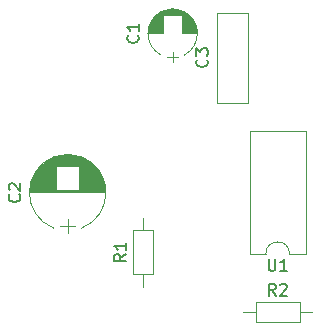
<source format=gbr>
G04 #@! TF.FileFunction,Legend,Top*
%FSLAX46Y46*%
G04 Gerber Fmt 4.6, Leading zero omitted, Abs format (unit mm)*
G04 Created by KiCad (PCBNEW 4.0.7) date 02/11/18 19:05:46*
%MOMM*%
%LPD*%
G01*
G04 APERTURE LIST*
%ADD10C,0.100000*%
%ADD11C,0.120000*%
%ADD12C,0.150000*%
G04 APERTURE END LIST*
D10*
D11*
X148240830Y-92013564D02*
G75*
G03X148240000Y-95705996I979170J-1846436D01*
G01*
X150199170Y-92013564D02*
G75*
G02X150200000Y-95705996I-979170J-1846436D01*
G01*
X150199170Y-92013564D02*
G75*
G03X148240000Y-92014004I-979170J-1846436D01*
G01*
X150000000Y-93860000D02*
X151270000Y-93860000D01*
X147170000Y-93860000D02*
X148440000Y-93860000D01*
X147170000Y-93820000D02*
X148440000Y-93820000D01*
X150000000Y-93820000D02*
X151270000Y-93820000D01*
X147171000Y-93780000D02*
X148440000Y-93780000D01*
X150000000Y-93780000D02*
X151269000Y-93780000D01*
X147173000Y-93740000D02*
X148440000Y-93740000D01*
X150000000Y-93740000D02*
X151267000Y-93740000D01*
X147176000Y-93700000D02*
X148440000Y-93700000D01*
X150000000Y-93700000D02*
X151264000Y-93700000D01*
X147179000Y-93660000D02*
X148440000Y-93660000D01*
X150000000Y-93660000D02*
X151261000Y-93660000D01*
X147183000Y-93620000D02*
X148440000Y-93620000D01*
X150000000Y-93620000D02*
X151257000Y-93620000D01*
X147188000Y-93580000D02*
X148440000Y-93580000D01*
X150000000Y-93580000D02*
X151252000Y-93580000D01*
X147194000Y-93540000D02*
X148440000Y-93540000D01*
X150000000Y-93540000D02*
X151246000Y-93540000D01*
X147201000Y-93500000D02*
X148440000Y-93500000D01*
X150000000Y-93500000D02*
X151239000Y-93500000D01*
X147208000Y-93460000D02*
X148440000Y-93460000D01*
X150000000Y-93460000D02*
X151232000Y-93460000D01*
X147216000Y-93420000D02*
X148440000Y-93420000D01*
X150000000Y-93420000D02*
X151224000Y-93420000D01*
X147225000Y-93380000D02*
X148440000Y-93380000D01*
X150000000Y-93380000D02*
X151215000Y-93380000D01*
X147235000Y-93340000D02*
X148440000Y-93340000D01*
X150000000Y-93340000D02*
X151205000Y-93340000D01*
X147246000Y-93300000D02*
X148440000Y-93300000D01*
X150000000Y-93300000D02*
X151194000Y-93300000D01*
X147257000Y-93260000D02*
X148440000Y-93260000D01*
X150000000Y-93260000D02*
X151183000Y-93260000D01*
X147270000Y-93220000D02*
X148440000Y-93220000D01*
X150000000Y-93220000D02*
X151170000Y-93220000D01*
X147283000Y-93180000D02*
X148440000Y-93180000D01*
X150000000Y-93180000D02*
X151157000Y-93180000D01*
X147297000Y-93139000D02*
X148440000Y-93139000D01*
X150000000Y-93139000D02*
X151143000Y-93139000D01*
X147313000Y-93099000D02*
X148440000Y-93099000D01*
X150000000Y-93099000D02*
X151127000Y-93099000D01*
X147329000Y-93059000D02*
X148440000Y-93059000D01*
X150000000Y-93059000D02*
X151111000Y-93059000D01*
X147346000Y-93019000D02*
X148440000Y-93019000D01*
X150000000Y-93019000D02*
X151094000Y-93019000D01*
X147364000Y-92979000D02*
X148440000Y-92979000D01*
X150000000Y-92979000D02*
X151076000Y-92979000D01*
X147383000Y-92939000D02*
X148440000Y-92939000D01*
X150000000Y-92939000D02*
X151057000Y-92939000D01*
X147403000Y-92899000D02*
X148440000Y-92899000D01*
X150000000Y-92899000D02*
X151037000Y-92899000D01*
X147424000Y-92859000D02*
X148440000Y-92859000D01*
X150000000Y-92859000D02*
X151016000Y-92859000D01*
X147447000Y-92819000D02*
X148440000Y-92819000D01*
X150000000Y-92819000D02*
X150993000Y-92819000D01*
X147470000Y-92779000D02*
X148440000Y-92779000D01*
X150000000Y-92779000D02*
X150970000Y-92779000D01*
X147495000Y-92739000D02*
X148440000Y-92739000D01*
X150000000Y-92739000D02*
X150945000Y-92739000D01*
X147521000Y-92699000D02*
X148440000Y-92699000D01*
X150000000Y-92699000D02*
X150919000Y-92699000D01*
X147548000Y-92659000D02*
X148440000Y-92659000D01*
X150000000Y-92659000D02*
X150892000Y-92659000D01*
X147577000Y-92619000D02*
X148440000Y-92619000D01*
X150000000Y-92619000D02*
X150863000Y-92619000D01*
X147607000Y-92579000D02*
X148440000Y-92579000D01*
X150000000Y-92579000D02*
X150833000Y-92579000D01*
X147639000Y-92539000D02*
X148440000Y-92539000D01*
X150000000Y-92539000D02*
X150801000Y-92539000D01*
X147673000Y-92499000D02*
X148440000Y-92499000D01*
X150000000Y-92499000D02*
X150767000Y-92499000D01*
X147708000Y-92459000D02*
X148440000Y-92459000D01*
X150000000Y-92459000D02*
X150732000Y-92459000D01*
X147745000Y-92419000D02*
X148440000Y-92419000D01*
X150000000Y-92419000D02*
X150695000Y-92419000D01*
X147784000Y-92379000D02*
X148440000Y-92379000D01*
X150000000Y-92379000D02*
X150656000Y-92379000D01*
X147825000Y-92339000D02*
X148440000Y-92339000D01*
X150000000Y-92339000D02*
X150615000Y-92339000D01*
X147869000Y-92299000D02*
X150571000Y-92299000D01*
X147915000Y-92259000D02*
X150525000Y-92259000D01*
X147964000Y-92219000D02*
X150476000Y-92219000D01*
X148016000Y-92179000D02*
X150424000Y-92179000D01*
X148072000Y-92139000D02*
X150368000Y-92139000D01*
X148132000Y-92099000D02*
X150308000Y-92099000D01*
X148197000Y-92059000D02*
X150243000Y-92059000D01*
X148268000Y-92019000D02*
X150172000Y-92019000D01*
X148346000Y-91979000D02*
X150094000Y-91979000D01*
X148434000Y-91939000D02*
X150006000Y-91939000D01*
X148534000Y-91899000D02*
X149906000Y-91899000D01*
X148653000Y-91859000D02*
X149787000Y-91859000D01*
X148805000Y-91819000D02*
X149635000Y-91819000D01*
X149055000Y-91779000D02*
X149385000Y-91779000D01*
X149220000Y-96310000D02*
X149220000Y-95410000D01*
X148770000Y-95860000D02*
X149670000Y-95860000D01*
X139150864Y-104312180D02*
G75*
G03X139150000Y-110347482I1179136J-3017820D01*
G01*
X141509136Y-104312180D02*
G75*
G02X141510000Y-110347482I-1179136J-3017820D01*
G01*
X141509136Y-104312180D02*
G75*
G03X139150000Y-104312518I-1179136J-3017820D01*
G01*
X137130000Y-107330000D02*
X143530000Y-107330000D01*
X137130000Y-107290000D02*
X143530000Y-107290000D01*
X137130000Y-107250000D02*
X143530000Y-107250000D01*
X137132000Y-107210000D02*
X143528000Y-107210000D01*
X137133000Y-107170000D02*
X143527000Y-107170000D01*
X137136000Y-107130000D02*
X143524000Y-107130000D01*
X137138000Y-107090000D02*
X143522000Y-107090000D01*
X137142000Y-107050000D02*
X139350000Y-107050000D01*
X141310000Y-107050000D02*
X143518000Y-107050000D01*
X137145000Y-107010000D02*
X139350000Y-107010000D01*
X141310000Y-107010000D02*
X143515000Y-107010000D01*
X137150000Y-106970000D02*
X139350000Y-106970000D01*
X141310000Y-106970000D02*
X143510000Y-106970000D01*
X137154000Y-106930000D02*
X139350000Y-106930000D01*
X141310000Y-106930000D02*
X143506000Y-106930000D01*
X137160000Y-106890000D02*
X139350000Y-106890000D01*
X141310000Y-106890000D02*
X143500000Y-106890000D01*
X137165000Y-106850000D02*
X139350000Y-106850000D01*
X141310000Y-106850000D02*
X143495000Y-106850000D01*
X137172000Y-106810000D02*
X139350000Y-106810000D01*
X141310000Y-106810000D02*
X143488000Y-106810000D01*
X137178000Y-106770000D02*
X139350000Y-106770000D01*
X141310000Y-106770000D02*
X143482000Y-106770000D01*
X137186000Y-106730000D02*
X139350000Y-106730000D01*
X141310000Y-106730000D02*
X143474000Y-106730000D01*
X137193000Y-106690000D02*
X139350000Y-106690000D01*
X141310000Y-106690000D02*
X143467000Y-106690000D01*
X137202000Y-106650000D02*
X139350000Y-106650000D01*
X141310000Y-106650000D02*
X143458000Y-106650000D01*
X137211000Y-106609000D02*
X139350000Y-106609000D01*
X141310000Y-106609000D02*
X143449000Y-106609000D01*
X137220000Y-106569000D02*
X139350000Y-106569000D01*
X141310000Y-106569000D02*
X143440000Y-106569000D01*
X137230000Y-106529000D02*
X139350000Y-106529000D01*
X141310000Y-106529000D02*
X143430000Y-106529000D01*
X137240000Y-106489000D02*
X139350000Y-106489000D01*
X141310000Y-106489000D02*
X143420000Y-106489000D01*
X137251000Y-106449000D02*
X139350000Y-106449000D01*
X141310000Y-106449000D02*
X143409000Y-106449000D01*
X137263000Y-106409000D02*
X139350000Y-106409000D01*
X141310000Y-106409000D02*
X143397000Y-106409000D01*
X137275000Y-106369000D02*
X139350000Y-106369000D01*
X141310000Y-106369000D02*
X143385000Y-106369000D01*
X137288000Y-106329000D02*
X139350000Y-106329000D01*
X141310000Y-106329000D02*
X143372000Y-106329000D01*
X137301000Y-106289000D02*
X139350000Y-106289000D01*
X141310000Y-106289000D02*
X143359000Y-106289000D01*
X137315000Y-106249000D02*
X139350000Y-106249000D01*
X141310000Y-106249000D02*
X143345000Y-106249000D01*
X137329000Y-106209000D02*
X139350000Y-106209000D01*
X141310000Y-106209000D02*
X143331000Y-106209000D01*
X137344000Y-106169000D02*
X139350000Y-106169000D01*
X141310000Y-106169000D02*
X143316000Y-106169000D01*
X137360000Y-106129000D02*
X139350000Y-106129000D01*
X141310000Y-106129000D02*
X143300000Y-106129000D01*
X137376000Y-106089000D02*
X139350000Y-106089000D01*
X141310000Y-106089000D02*
X143284000Y-106089000D01*
X137393000Y-106049000D02*
X139350000Y-106049000D01*
X141310000Y-106049000D02*
X143267000Y-106049000D01*
X137411000Y-106009000D02*
X139350000Y-106009000D01*
X141310000Y-106009000D02*
X143249000Y-106009000D01*
X137429000Y-105969000D02*
X139350000Y-105969000D01*
X141310000Y-105969000D02*
X143231000Y-105969000D01*
X137448000Y-105929000D02*
X139350000Y-105929000D01*
X141310000Y-105929000D02*
X143212000Y-105929000D01*
X137467000Y-105889000D02*
X139350000Y-105889000D01*
X141310000Y-105889000D02*
X143193000Y-105889000D01*
X137487000Y-105849000D02*
X139350000Y-105849000D01*
X141310000Y-105849000D02*
X143173000Y-105849000D01*
X137508000Y-105809000D02*
X139350000Y-105809000D01*
X141310000Y-105809000D02*
X143152000Y-105809000D01*
X137530000Y-105769000D02*
X139350000Y-105769000D01*
X141310000Y-105769000D02*
X143130000Y-105769000D01*
X137552000Y-105729000D02*
X139350000Y-105729000D01*
X141310000Y-105729000D02*
X143108000Y-105729000D01*
X137575000Y-105689000D02*
X139350000Y-105689000D01*
X141310000Y-105689000D02*
X143085000Y-105689000D01*
X137599000Y-105649000D02*
X139350000Y-105649000D01*
X141310000Y-105649000D02*
X143061000Y-105649000D01*
X137624000Y-105609000D02*
X139350000Y-105609000D01*
X141310000Y-105609000D02*
X143036000Y-105609000D01*
X137649000Y-105569000D02*
X139350000Y-105569000D01*
X141310000Y-105569000D02*
X143011000Y-105569000D01*
X137676000Y-105529000D02*
X139350000Y-105529000D01*
X141310000Y-105529000D02*
X142984000Y-105529000D01*
X137703000Y-105489000D02*
X139350000Y-105489000D01*
X141310000Y-105489000D02*
X142957000Y-105489000D01*
X137731000Y-105449000D02*
X139350000Y-105449000D01*
X141310000Y-105449000D02*
X142929000Y-105449000D01*
X137760000Y-105409000D02*
X139350000Y-105409000D01*
X141310000Y-105409000D02*
X142900000Y-105409000D01*
X137790000Y-105369000D02*
X139350000Y-105369000D01*
X141310000Y-105369000D02*
X142870000Y-105369000D01*
X137820000Y-105329000D02*
X139350000Y-105329000D01*
X141310000Y-105329000D02*
X142840000Y-105329000D01*
X137852000Y-105289000D02*
X139350000Y-105289000D01*
X141310000Y-105289000D02*
X142808000Y-105289000D01*
X137885000Y-105249000D02*
X139350000Y-105249000D01*
X141310000Y-105249000D02*
X142775000Y-105249000D01*
X137919000Y-105209000D02*
X139350000Y-105209000D01*
X141310000Y-105209000D02*
X142741000Y-105209000D01*
X137955000Y-105169000D02*
X139350000Y-105169000D01*
X141310000Y-105169000D02*
X142705000Y-105169000D01*
X137991000Y-105129000D02*
X139350000Y-105129000D01*
X141310000Y-105129000D02*
X142669000Y-105129000D01*
X138029000Y-105089000D02*
X142631000Y-105089000D01*
X138068000Y-105049000D02*
X142592000Y-105049000D01*
X138108000Y-105009000D02*
X142552000Y-105009000D01*
X138150000Y-104969000D02*
X142510000Y-104969000D01*
X138193000Y-104929000D02*
X142467000Y-104929000D01*
X138238000Y-104889000D02*
X142422000Y-104889000D01*
X138285000Y-104849000D02*
X142375000Y-104849000D01*
X138333000Y-104809000D02*
X142327000Y-104809000D01*
X138384000Y-104769000D02*
X142276000Y-104769000D01*
X138436000Y-104729000D02*
X142224000Y-104729000D01*
X138491000Y-104689000D02*
X142169000Y-104689000D01*
X138549000Y-104649000D02*
X142111000Y-104649000D01*
X138609000Y-104609000D02*
X142051000Y-104609000D01*
X138672000Y-104569000D02*
X141988000Y-104569000D01*
X138739000Y-104529000D02*
X141921000Y-104529000D01*
X138810000Y-104489000D02*
X141850000Y-104489000D01*
X138885000Y-104449000D02*
X141775000Y-104449000D01*
X138966000Y-104409000D02*
X141694000Y-104409000D01*
X139052000Y-104369000D02*
X141608000Y-104369000D01*
X139146000Y-104329000D02*
X141514000Y-104329000D01*
X139249000Y-104289000D02*
X141411000Y-104289000D01*
X139364000Y-104249000D02*
X141296000Y-104249000D01*
X139496000Y-104209000D02*
X141164000Y-104209000D01*
X139654000Y-104169000D02*
X141006000Y-104169000D01*
X139862000Y-104129000D02*
X140798000Y-104129000D01*
X140330000Y-110780000D02*
X140330000Y-109580000D01*
X139680000Y-110180000D02*
X140980000Y-110180000D01*
X152990000Y-99730000D02*
X152990000Y-92110000D01*
X155610000Y-99730000D02*
X155610000Y-92110000D01*
X152990000Y-99730000D02*
X155610000Y-99730000D01*
X152990000Y-92110000D02*
X155610000Y-92110000D01*
X145820000Y-114250000D02*
X147540000Y-114250000D01*
X147540000Y-114250000D02*
X147540000Y-110530000D01*
X147540000Y-110530000D02*
X145820000Y-110530000D01*
X145820000Y-110530000D02*
X145820000Y-114250000D01*
X146680000Y-115320000D02*
X146680000Y-114250000D01*
X146680000Y-109460000D02*
X146680000Y-110530000D01*
X156250000Y-116610000D02*
X156250000Y-118330000D01*
X156250000Y-118330000D02*
X159970000Y-118330000D01*
X159970000Y-118330000D02*
X159970000Y-116610000D01*
X159970000Y-116610000D02*
X156250000Y-116610000D01*
X155180000Y-117470000D02*
X156250000Y-117470000D01*
X161040000Y-117470000D02*
X159970000Y-117470000D01*
X159110000Y-112510000D02*
X160480000Y-112510000D01*
X160480000Y-112510000D02*
X160480000Y-102110000D01*
X160480000Y-102110000D02*
X155740000Y-102110000D01*
X155740000Y-102110000D02*
X155740000Y-112510000D01*
X155740000Y-112510000D02*
X157110000Y-112510000D01*
X157110000Y-112510000D02*
G75*
G02X159110000Y-112510000I1000000J0D01*
G01*
D12*
X146267143Y-94026666D02*
X146314762Y-94074285D01*
X146362381Y-94217142D01*
X146362381Y-94312380D01*
X146314762Y-94455238D01*
X146219524Y-94550476D01*
X146124286Y-94598095D01*
X145933810Y-94645714D01*
X145790952Y-94645714D01*
X145600476Y-94598095D01*
X145505238Y-94550476D01*
X145410000Y-94455238D01*
X145362381Y-94312380D01*
X145362381Y-94217142D01*
X145410000Y-94074285D01*
X145457619Y-94026666D01*
X146362381Y-93074285D02*
X146362381Y-93645714D01*
X146362381Y-93360000D02*
X145362381Y-93360000D01*
X145505238Y-93455238D01*
X145600476Y-93550476D01*
X145648095Y-93645714D01*
X136227143Y-107496666D02*
X136274762Y-107544285D01*
X136322381Y-107687142D01*
X136322381Y-107782380D01*
X136274762Y-107925238D01*
X136179524Y-108020476D01*
X136084286Y-108068095D01*
X135893810Y-108115714D01*
X135750952Y-108115714D01*
X135560476Y-108068095D01*
X135465238Y-108020476D01*
X135370000Y-107925238D01*
X135322381Y-107782380D01*
X135322381Y-107687142D01*
X135370000Y-107544285D01*
X135417619Y-107496666D01*
X135417619Y-107115714D02*
X135370000Y-107068095D01*
X135322381Y-106972857D01*
X135322381Y-106734761D01*
X135370000Y-106639523D01*
X135417619Y-106591904D01*
X135512857Y-106544285D01*
X135608095Y-106544285D01*
X135750952Y-106591904D01*
X136322381Y-107163333D01*
X136322381Y-106544285D01*
X152097143Y-96086666D02*
X152144762Y-96134285D01*
X152192381Y-96277142D01*
X152192381Y-96372380D01*
X152144762Y-96515238D01*
X152049524Y-96610476D01*
X151954286Y-96658095D01*
X151763810Y-96705714D01*
X151620952Y-96705714D01*
X151430476Y-96658095D01*
X151335238Y-96610476D01*
X151240000Y-96515238D01*
X151192381Y-96372380D01*
X151192381Y-96277142D01*
X151240000Y-96134285D01*
X151287619Y-96086666D01*
X151192381Y-95753333D02*
X151192381Y-95134285D01*
X151573333Y-95467619D01*
X151573333Y-95324761D01*
X151620952Y-95229523D01*
X151668571Y-95181904D01*
X151763810Y-95134285D01*
X152001905Y-95134285D01*
X152097143Y-95181904D01*
X152144762Y-95229523D01*
X152192381Y-95324761D01*
X152192381Y-95610476D01*
X152144762Y-95705714D01*
X152097143Y-95753333D01*
X145272381Y-112556666D02*
X144796190Y-112890000D01*
X145272381Y-113128095D02*
X144272381Y-113128095D01*
X144272381Y-112747142D01*
X144320000Y-112651904D01*
X144367619Y-112604285D01*
X144462857Y-112556666D01*
X144605714Y-112556666D01*
X144700952Y-112604285D01*
X144748571Y-112651904D01*
X144796190Y-112747142D01*
X144796190Y-113128095D01*
X145272381Y-111604285D02*
X145272381Y-112175714D01*
X145272381Y-111890000D02*
X144272381Y-111890000D01*
X144415238Y-111985238D01*
X144510476Y-112080476D01*
X144558095Y-112175714D01*
X157943334Y-116062381D02*
X157610000Y-115586190D01*
X157371905Y-116062381D02*
X157371905Y-115062381D01*
X157752858Y-115062381D01*
X157848096Y-115110000D01*
X157895715Y-115157619D01*
X157943334Y-115252857D01*
X157943334Y-115395714D01*
X157895715Y-115490952D01*
X157848096Y-115538571D01*
X157752858Y-115586190D01*
X157371905Y-115586190D01*
X158324286Y-115157619D02*
X158371905Y-115110000D01*
X158467143Y-115062381D01*
X158705239Y-115062381D01*
X158800477Y-115110000D01*
X158848096Y-115157619D01*
X158895715Y-115252857D01*
X158895715Y-115348095D01*
X158848096Y-115490952D01*
X158276667Y-116062381D01*
X158895715Y-116062381D01*
X157348095Y-112962381D02*
X157348095Y-113771905D01*
X157395714Y-113867143D01*
X157443333Y-113914762D01*
X157538571Y-113962381D01*
X157729048Y-113962381D01*
X157824286Y-113914762D01*
X157871905Y-113867143D01*
X157919524Y-113771905D01*
X157919524Y-112962381D01*
X158919524Y-113962381D02*
X158348095Y-113962381D01*
X158633809Y-113962381D02*
X158633809Y-112962381D01*
X158538571Y-113105238D01*
X158443333Y-113200476D01*
X158348095Y-113248095D01*
M02*

</source>
